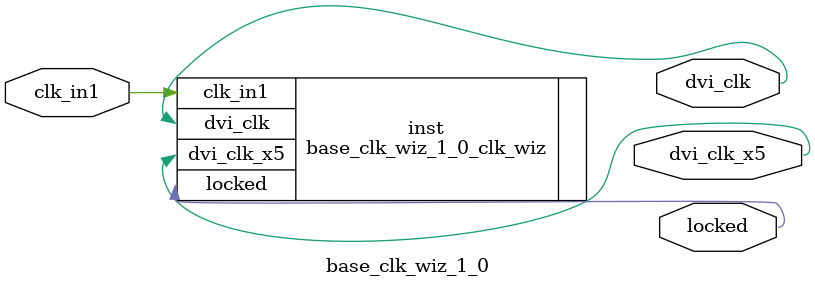
<source format=v>


`timescale 1ps/1ps

(* CORE_GENERATION_INFO = "base_clk_wiz_1_0,clk_wiz_v6_0_2_0_0,{component_name=base_clk_wiz_1_0,use_phase_alignment=true,use_min_o_jitter=false,use_max_i_jitter=false,use_dyn_phase_shift=false,use_inclk_switchover=false,use_dyn_reconfig=false,enable_axi=0,feedback_source=FDBK_AUTO,PRIMITIVE=MMCM,num_out_clk=2,clkin1_period=8.333,clkin2_period=10.000,use_power_down=false,use_reset=false,use_locked=true,use_inclk_stopped=false,feedback_type=SINGLE,CLOCK_MGR_TYPE=NA,manual_override=false}" *)

module base_clk_wiz_1_0 
 (
  // Clock out ports
  output        dvi_clk,
  output        dvi_clk_x5,
  // Status and control signals
  output        locked,
 // Clock in ports
  input         clk_in1
 );

  base_clk_wiz_1_0_clk_wiz inst
  (
  // Clock out ports  
  .dvi_clk(dvi_clk),
  .dvi_clk_x5(dvi_clk_x5),
  // Status and control signals               
  .locked(locked),
 // Clock in ports
  .clk_in1(clk_in1)
  );

endmodule

</source>
